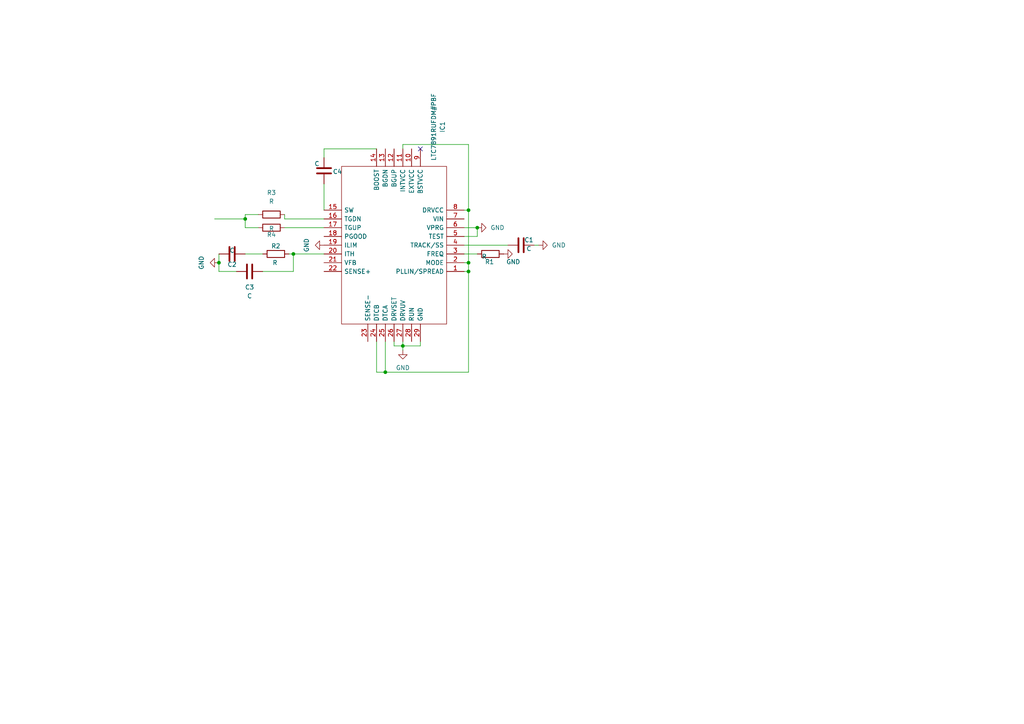
<source format=kicad_sch>
(kicad_sch (version 20250114) (generator "eeschema") (generator_version "9.0")
  (paper "A4")
  (lib_symbols
    (symbol "Device:C" (pin_numbers (hide yes)) (pin_names (offset 0.254))
      (property "Reference" "C" (at 0.635 2.54 0))
      (property "Value" "C" (at 0.635 -2.54 0))
      (symbol "C_0_1"
        (polyline (pts (xy -2.032 0.762) (xy 2.032 0.762)) (stroke (width 0.508)))
        (polyline (pts (xy -2.032 -0.762) (xy 2.032 -0.762)) (stroke (width 0.508)))
      )
      (symbol "C_1_1"
        (pin passive line (at 0 3.81 270) (length 2.794) (name "~") (number "1"))
        (pin passive line (at 0 -3.81 90) (length 2.794) (name "~") (number "2"))
      )
    )
    (symbol "Device:R" (pin_numbers (hide yes)) (pin_names (offset 0))
      (property "Reference" "R" (at 2.032 0 90))
      (property "Value" "R" (at 0 0 90))
      (symbol "R_0_1"
        (rectangle (start -1.016 -2.54) (end 1.016 2.54) (stroke (width 0.254)))
      )
      (symbol "R_1_1"
        (pin passive line (at 0 3.81 270) (length 1.27) (name "~") (number "1"))
        (pin passive line (at 0 -3.81 90) (length 1.27) (name "~") (number "2"))
      )
    )
    (symbol "LTC7891RUFDM#PBF:LTC7891RUFDM#PBF" (pin_names (offset 0.762))
      (property "Reference" "IC" (at 36.83 20.32 0))
      (property "Value" "LTC7891RUFDM#PBF" (at 36.83 17.78 0))
      (symbol "LTC7891RUFDM#PBF_0_0"
        (pin passive line (at 0 0 0) (length 5.08) (name "PLLIN/SPREAD") (number "1"))
        (pin passive line (at 0 -2.54 0) (length 5.08) (name "MODE") (number "2"))
        (pin passive line (at 0 -5.08 0) (length 5.08) (name "FREQ") (number "3"))
        (pin passive line (at 0 -7.62 0) (length 5.08) (name "TRACK/SS") (number "4"))
        (pin passive line (at 0 -10.16 0) (length 5.08) (name "TEST") (number "5"))
        (pin passive line (at 0 -12.7 0) (length 5.08) (name "VPRG") (number "6"))
        (pin passive line (at 0 -15.24 0) (length 5.08) (name "VIN") (number "7"))
        (pin passive line (at 0 -17.78 0) (length 5.08) (name "DRVCC") (number "8"))
        (pin passive line (at 12.7 20.32 270) (length 5.08) (name "GND") (number "29"))
        (pin passive line (at 12.7 -35.56 90) (length 5.08) (name "BSTVCC") (number "9"))
        (pin passive line (at 15.24 20.32 270) (length 5.08) (name "RUN") (number "28"))
        (pin passive line (at 15.24 -35.56 90) (length 5.08) (name "EXTVCC") (number "10"))
        (pin passive line (at 17.78 20.32 270) (length 5.08) (name "DRVUV") (number "27"))
        (pin passive line (at 17.78 -35.56 90) (length 5.08) (name "INTVCC") (number "11"))
        (pin passive line (at 20.32 20.32 270) (length 5.08) (name "DRVSET") (number "26"))
        (pin passive line (at 20.32 -35.56 90) (length 5.08) (name "BGUP") (number "12"))
        (pin passive line (at 22.86 20.32 270) (length 5.08) (name "DTCA") (number "25"))
        (pin passive line (at 22.86 -35.56 90) (length 5.08) (name "BGDN") (number "13"))
        (pin passive line (at 25.4 20.32 270) (length 5.08) (name "DTCB") (number "24"))
        (pin passive line (at 25.4 -35.56 90) (length 5.08) (name "BOOST") (number "14"))
        (pin passive line (at 27.94 20.32 270) (length 5.08) (name "SENSE-") (number "23"))
        (pin passive line (at 40.64 0 180) (length 5.08) (name "SENSE+") (number "22"))
        (pin passive line (at 40.64 -2.54 180) (length 5.08) (name "VFB") (number "21"))
        (pin passive line (at 40.64 -5.08 180) (length 5.08) (name "ITH") (number "20"))
        (pin passive line (at 40.64 -7.62 180) (length 5.08) (name "ILIM") (number "19"))
        (pin passive line (at 40.64 -10.16 180) (length 5.08) (name "PGOOD") (number "18"))
        (pin passive line (at 40.64 -12.7 180) (length 5.08) (name "TGUP") (number "17"))
        (pin passive line (at 40.64 -15.24 180) (length 5.08) (name "TGDN") (number "16"))
        (pin passive line (at 40.64 -17.78 180) (length 5.08) (name "SW") (number "15"))
      )
      (symbol "LTC7891RUFDM#PBF_0_1"
        (polyline (pts (xy 5.08 15.24) (xy 35.56 15.24) (xy 35.56 -30.48) (xy 5.08 -30.48) (xy 5.08 15.24)) (stroke (width 0.1524)))
      )
    )
    (symbol "power:GND" (power) (pin_numbers (hide yes)) (pin_names (offset 0) (hide yes))
      (property "Value" "GND" (at 0 -3.81 0))
      (symbol "GND_0_1"
        (polyline (pts (xy 0 0) (xy 0 -1.27) (xy 1.27 -1.27) (xy 0 -2.54) (xy -1.27 -1.27) (xy 0 -1.27)))
      )
      (symbol "GND_1_1"
        (pin power_in line (at 0 0 270) (length 0) (name "~") (number "1"))
      )
    )
  )
  (junction (at 135.89 76.2))
  (junction (at 135.89 78.74))
  (junction (at 85.09 73.66))
  (junction (at 116.84 100.33))
  (junction (at 71.12 63.5))
  (junction (at 111.76 107.95))
  (junction (at 63.5 76.2))
  (junction (at 135.89 60.96))
  (junction (at 138.43 66.04))
  (no_connect (at 121.92 43.18))
  (wire (pts (xy 85.09 73.66) (xy 85.09 78.74)))
  (wire (pts (xy 135.89 76.2) (xy 135.89 60.96)))
  (wire (pts (xy 135.89 107.95) (xy 135.89 78.74)))
  (wire (pts (xy 116.84 100.33) (xy 121.92 100.33)))
  (wire (pts (xy 93.98 45.72) (xy 93.98 43.18)))
  (wire (pts (xy 63.5 76.2) (xy 63.5 78.74)))
  (wire (pts (xy 134.62 66.04) (xy 138.43 66.04)))
  (wire (pts (xy 135.89 76.2) (xy 135.89 78.74)))
  (wire (pts (xy 116.84 100.33) (xy 116.84 101.6)))
  (wire (pts (xy 109.22 107.95) (xy 111.76 107.95)))
  (wire (pts (xy 135.89 41.91) (xy 116.84 41.91)))
  (wire (pts (xy 76.2 78.74) (xy 85.09 78.74)))
  (wire (pts (xy 134.62 71.12) (xy 147.32 71.12)))
  (wire (pts (xy 63.5 73.66) (xy 63.5 76.2)))
  (wire (pts (xy 62.23 63.5) (xy 71.12 63.5)))
  (wire (pts (xy 134.62 76.2) (xy 135.89 76.2)))
  (wire (pts (xy 111.76 99.06) (xy 111.76 107.95)))
  (wire (pts (xy 82.55 63.5) (xy 82.55 62.23)))
  (wire (pts (xy 111.76 107.95) (xy 135.89 107.95)))
  (wire (pts (xy 83.82 73.66) (xy 85.09 73.66)))
  (wire (pts (xy 134.62 68.58) (xy 138.43 68.58)))
  (wire (pts (xy 71.12 66.04) (xy 74.93 66.04)))
  (wire (pts (xy 121.92 100.33) (xy 121.92 99.06)))
  (wire (pts (xy 74.93 62.23) (xy 71.12 62.23)))
  (wire (pts (xy 135.89 78.74) (xy 134.62 78.74)))
  (wire (pts (xy 114.3 100.33) (xy 116.84 100.33)))
  (wire (pts (xy 135.89 60.96) (xy 135.89 41.91)))
  (wire (pts (xy 116.84 41.91) (xy 116.84 43.18)))
  (wire (pts (xy 85.09 73.66) (xy 93.98 73.66)))
  (wire (pts (xy 93.98 63.5) (xy 82.55 63.5)))
  (wire (pts (xy 134.62 73.66) (xy 138.43 73.66)))
  (wire (pts (xy 93.98 43.18) (xy 109.22 43.18)))
  (wire (pts (xy 71.12 63.5) (xy 71.12 66.04)))
  (wire (pts (xy 82.55 66.04) (xy 93.98 66.04)))
  (wire (pts (xy 71.12 62.23) (xy 71.12 63.5)))
  (wire (pts (xy 71.12 73.66) (xy 76.2 73.66)))
  (wire (pts (xy 109.22 99.06) (xy 109.22 107.95)))
  (wire (pts (xy 93.98 53.34) (xy 93.98 60.96)))
  (wire (pts (xy 154.94 71.12) (xy 156.21 71.12)))
  (wire (pts (xy 63.5 78.74) (xy 68.58 78.74)))
  (wire (pts (xy 116.84 99.06) (xy 116.84 100.33)))
  (wire (pts (xy 134.62 60.96) (xy 135.89 60.96)))
  (wire (pts (xy 138.43 68.58) (xy 138.43 66.04)))
  (wire (pts (xy 114.3 99.06) (xy 114.3 100.33)))
  (symbol (lib_id "Device:R") (at 80.01 73.66 90) (unit 1)
    (property "Reference" "R2" (at 80.01 71.374 90))
    (property "Value" "R" (at 79.756 76.2 90))
    (property "Description" "Resistor" (effects (hide yes)))
  )
  (symbol (lib_id "power:GND") (at 146.05 73.66 90) (unit 1)
    (property "Reference" "#PWR02" (effects (hide yes)))
    (property "Value" "GND" (at 146.812 75.946 90) (effects (justify right)))
    (property "Description" "Power symbol creates a global label with name \"GND\" , ground" (effects (hide yes)))
  )
  (symbol (lib_id "power:GND") (at 116.84 101.6 0) (unit 1)
    (property "Reference" "#PWR01" (effects (hide yes)))
    (property "Value" "GND" (at 116.84 106.68 0))
    (property "Description" "Power symbol creates a global label with name \"GND\" , ground" (effects (hide yes)))
  )
  (symbol (lib_id "power:GND") (at 93.98 71.12 270) (unit 1)
    (property "Reference" "#PWR03" (effects (hide yes)))
    (property "Value" "GND" (at 88.9 71.12 0))
    (property "Description" "Power symbol creates a global label with name \"GND\" , ground" (effects (hide yes)))
  )
  (symbol (lib_id "Device:R") (at 78.74 66.04 90) (unit 1)
    (property "Reference" "R4" (at 78.74 68.072 90))
    (property "Value" "R" (at 78.74 66.294 90))
    (property "Description" "Resistor" (effects (hide yes)))
  )
  (symbol (lib_id "Device:C") (at 67.31 73.66 90) (unit 1)
    (property "Reference" "C2" (at 67.31 76.708 90))
    (property "Value" "C" (at 67.31 72.644 90))
    (property "Description" "Unpolarized capacitor" (effects (hide yes)))
  )
  (symbol (lib_id "LTC7891RUFDM#PBF:LTC7891RUFDM#PBF") (at 134.62 78.74 180) (unit 1)
    (property "Reference" "IC1" (at 128.3402 36.83 90))
    (property "Value" "LTC7891RUFDM#PBF" (at 125.8002 36.83 90))
    (property "Footprint" "QFN50P400X500X80-29N-D" (effects (hide yes)))
    (property "Datasheet" "https://www.analog.com/LTC7891/datasheet" (effects (hide yes)))
    (property "Description" "100 V, Low IQ, Synchronous Step-Down Controller for GaN FETs" (effects (hide yes)))
    (property "Description_1" "100 V, Low IQ, Synchronous Step-Down Controller for GaN FETs" (effects (hide yes)))
    (property "Height" "0.8" (effects (hide yes)))
    (property "Manufacturer_Name" "Analog Devices" (effects (hide yes)))
    (property "Manufacturer_Part_Number" "LTC7891RUFDM#PBF" (effects (hide yes)))
    (property "Mouser Part Number" "584-LTC7891RUFDM#PBF" (effects (hide yes)))
    (property "Mouser Price/Stock" "https://www.mouser.co.uk/ProductDetail/Analog-Devices/LTC7891RUFDMPBF?qs=MyNHzdoqoQKVRU6DyVseAQ%3D%3D" (effects (hide yes)))
    (property "Arrow Part Number" "LTC7891RUFDM#PBF" (effects (hide yes)))
    (property "Arrow Price/Stock" "https://www.arrow.com/en/products/ltc7891rufdmpbf/analog-devices?utm_currency=USD&region=nac" (effects (hide yes)))
  )
  (symbol (lib_id "power:GND") (at 63.5 76.2 270) (unit 1)
    (property "Reference" "#PWR06" (effects (hide yes)))
    (property "Value" "GND" (at 58.42 76.2 0))
    (property "Description" "Power symbol creates a global label with name \"GND\" , ground" (effects (hide yes)))
  )
  (symbol (lib_id "Device:C") (at 72.39 78.74 90) (unit 1)
    (property "Reference" "C3" (at 72.39 83.312 90))
    (property "Value" "C" (at 72.39 85.852 90))
    (property "Description" "Unpolarized capacitor" (effects (hide yes)))
  )
  (symbol (lib_id "Device:R") (at 78.74 62.23 90) (unit 1)
    (property "Reference" "R3" (at 78.74 55.88 90))
    (property "Value" "R" (at 78.74 58.42 90))
    (property "Description" "Resistor" (effects (hide yes)))
  )
  (symbol (lib_id "power:GND") (at 156.21 71.12 90) (unit 1)
    (property "Reference" "#PWR04" (effects (hide yes)))
    (property "Value" "GND" (at 160.02 71.1199 90) (effects (justify right)))
    (property "Description" "Power symbol creates a global label with name \"GND\" , ground" (effects (hide yes)))
  )
  (symbol (lib_id "Device:C") (at 93.98 49.53 0) (unit 1)
    (property "Reference" "C4" (at 96.52 49.784 0) (effects (justify left)))
    (property "Value" "C" (at 91.186 47.498 0) (effects (justify left)))
    (property "Description" "Unpolarized capacitor" (effects (hide yes)))
  )
  (symbol (lib_id "power:GND") (at 138.43 66.04 90) (unit 1)
    (property "Reference" "#PWR05" (effects (hide yes)))
    (property "Value" "GND" (at 142.24 66.0399 90) (effects (justify right)))
    (property "Description" "Power symbol creates a global label with name \"GND\" , ground" (effects (hide yes)))
  )
  (symbol (lib_id "Device:R") (at 142.24 73.66 90) (unit 1)
    (property "Reference" "R1" (at 141.986 75.946 90))
    (property "Value" "R" (at 140.462 74.422 90))
    (property "Description" "Resistor" (effects (hide yes)))
  )
  (symbol (lib_id "Device:C") (at 151.13 71.12 90) (unit 1)
    (property "Reference" "C1" (at 153.416 69.596 90))
    (property "Value" "C" (at 153.416 72.136 90))
    (property "Description" "Unpolarized capacitor" (effects (hide yes)))
  )
)
</source>
